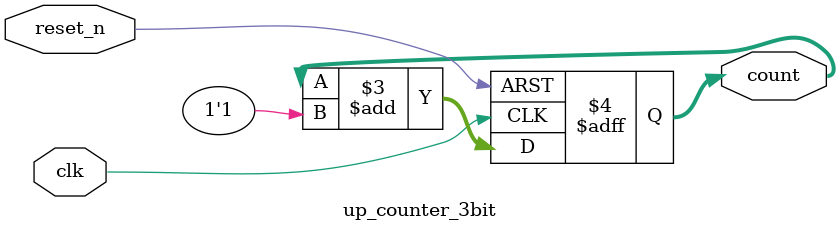
<source format=v>
module up_counter_3bit (
    input wire clk,           // Clock input
    input wire reset_n,       // Asynchronous active-low reset
    output reg [2:0] count    // 3-bit counter output
);

    always @(posedge clk or negedge reset_n) begin
        if (!reset_n)
            count <= 3'b000;           // Reset to 0 when reset_n is low
        else
            count <= count + 1'b1;     // Increment counter
    end

endmodule

</source>
